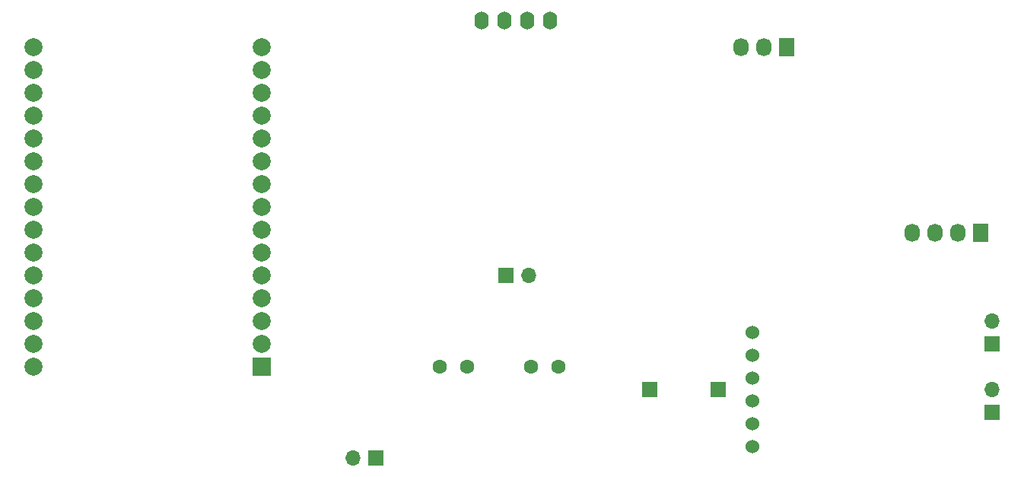
<source format=gbr>
%TF.GenerationSoftware,KiCad,Pcbnew,7.0.9*%
%TF.CreationDate,2023-11-28T16:56:20-05:00*%
%TF.ProjectId,PCB taller de electronica,50434220-7461-46c6-9c65-722064652065,rev?*%
%TF.SameCoordinates,Original*%
%TF.FileFunction,Copper,L1,Top*%
%TF.FilePolarity,Positive*%
%FSLAX46Y46*%
G04 Gerber Fmt 4.6, Leading zero omitted, Abs format (unit mm)*
G04 Created by KiCad (PCBNEW 7.0.9) date 2023-11-28 16:56:20*
%MOMM*%
%LPD*%
G01*
G04 APERTURE LIST*
%TA.AperFunction,ComponentPad*%
%ADD10R,1.700000X1.700000*%
%TD*%
%TA.AperFunction,ComponentPad*%
%ADD11C,1.524000*%
%TD*%
%TA.AperFunction,ComponentPad*%
%ADD12R,1.730000X2.030000*%
%TD*%
%TA.AperFunction,ComponentPad*%
%ADD13O,1.730000X2.030000*%
%TD*%
%TA.AperFunction,ComponentPad*%
%ADD14C,1.600000*%
%TD*%
%TA.AperFunction,ComponentPad*%
%ADD15O,1.700000X1.700000*%
%TD*%
%TA.AperFunction,ComponentPad*%
%ADD16O,1.600000X2.000000*%
%TD*%
%TA.AperFunction,ComponentPad*%
%ADD17R,2.000000X2.000000*%
%TD*%
%TA.AperFunction,ComponentPad*%
%ADD18C,2.000000*%
%TD*%
G04 APERTURE END LIST*
D10*
%TO.P,LDRPin1,1,Pin_1*%
%TO.N,Net-(LDRPin1-Pin_1)*%
X176360000Y-126060000D03*
%TD*%
D11*
%TO.P,U2,1,VIN*%
%TO.N,Net-(MicroUSB1-Pin_2)*%
X187790000Y-119710000D03*
%TO.P,U2,2,GND*%
%TO.N,Net-(MicroUSB1-Pin_1)*%
X187790000Y-122250000D03*
%TO.P,U2,3,GND*%
%TO.N,GND*%
X187790000Y-124790000D03*
%TO.P,U2,4,BAT*%
%TO.N,+BATT*%
X187790000Y-127330000D03*
%TO.P,U2,5,GND*%
%TO.N,GND*%
X187790000Y-129870000D03*
%TO.P,U2,6,OUT-5V*%
%TO.N,+5V*%
X187790000Y-132410000D03*
%TD*%
D12*
%TO.P,J2,1,Pin_1*%
%TO.N,GND*%
X191610000Y-87960000D03*
D13*
%TO.P,J2,2,Pin_2*%
%TO.N,/d4*%
X189070000Y-87960000D03*
%TO.P,J2,3,Pin_3*%
%TO.N,+3.3V*%
X186530000Y-87960000D03*
%TD*%
D12*
%TO.P,J1,1,Pin_1*%
%TO.N,+3.3V*%
X213180000Y-108580000D03*
D13*
%TO.P,J1,2,Pin_2*%
%TO.N,GND*%
X210640000Y-108580000D03*
%TO.P,J1,3,Pin_3*%
%TO.N,unconnected-(J1-Pin_3-Pad3)*%
X208100000Y-108580000D03*
%TO.P,J1,4,Pin_4*%
%TO.N,Net-(J1-Pin_4)*%
X205560000Y-108580000D03*
%TD*%
D10*
%TO.P,LDR+,1,Pin_1*%
%TO.N,+3.3V*%
X183980000Y-126060000D03*
%TD*%
D14*
%TO.P,R2,1*%
%TO.N,Net-(U1-D34)*%
X156040000Y-123520000D03*
%TO.P,R2,2*%
%TO.N,GND*%
X153040000Y-123520000D03*
%TD*%
%TO.P,R1,1*%
%TO.N,GND*%
X163200000Y-123520000D03*
%TO.P,R1,2*%
%TO.N,Net-(LDRPin1-Pin_1)*%
X166200000Y-123520000D03*
%TD*%
D10*
%TO.P,Batt1,1,Pin_1*%
%TO.N,+BATT*%
X214460000Y-128600000D03*
D15*
%TO.P,Batt1,2,Pin_2*%
%TO.N,GND*%
X214460000Y-126060000D03*
%TD*%
D10*
%TO.P,Switch,1,Pin_1*%
%TO.N,+5V*%
X145880000Y-133680000D03*
D15*
%TO.P,Switch,2,Pin_2*%
%TO.N,Net-(U1-VIN)*%
X143340000Y-133680000D03*
%TD*%
D10*
%TO.P,pushButton1,1,Pin_1*%
%TO.N,+3.3V*%
X160350000Y-113360000D03*
D15*
%TO.P,pushButton1,2,Pin_2*%
%TO.N,Net-(U1-D34)*%
X162890000Y-113360000D03*
%TD*%
D10*
%TO.P,MicroUSB1,1,Pin_1*%
%TO.N,Net-(MicroUSB1-Pin_1)*%
X214460000Y-120980000D03*
D15*
%TO.P,MicroUSB1,2,Pin_2*%
%TO.N,Net-(MicroUSB1-Pin_2)*%
X214460000Y-118440000D03*
%TD*%
D16*
%TO.P,Brd1,1,GND*%
%TO.N,GND*%
X157680000Y-84980000D03*
%TO.P,Brd1,2,VCC*%
%TO.N,+3.3V*%
X160220000Y-84980000D03*
%TO.P,Brd1,3,SCL*%
%TO.N,/scl*%
X162760000Y-84980000D03*
%TO.P,Brd1,4,SDA*%
%TO.N,/sda*%
X165300000Y-84980000D03*
%TD*%
D17*
%TO.P,U1,1,3V3*%
%TO.N,+3.3V*%
X133180000Y-123520000D03*
D18*
%TO.P,U1,2,GND*%
%TO.N,GND*%
X133180000Y-120980000D03*
%TO.P,U1,3,D15*%
%TO.N,unconnected-(U1-D15-Pad3)*%
X133180000Y-118440000D03*
%TO.P,U1,4,D2*%
%TO.N,unconnected-(U1-D2-Pad4)*%
X133180000Y-115900000D03*
%TO.P,U1,5,D4*%
%TO.N,/d4*%
X133180000Y-113360000D03*
%TO.P,U1,6,RX2*%
%TO.N,unconnected-(U1-RX2-Pad6)*%
X133180000Y-110820000D03*
%TO.P,U1,7,TX2*%
%TO.N,unconnected-(U1-TX2-Pad7)*%
X133180000Y-108280000D03*
%TO.P,U1,8,D5*%
%TO.N,unconnected-(U1-D5-Pad8)*%
X133180000Y-105740000D03*
%TO.P,U1,9,D18*%
%TO.N,unconnected-(U1-D18-Pad9)*%
X133180000Y-103200000D03*
%TO.P,U1,10,D19*%
%TO.N,unconnected-(U1-D19-Pad10)*%
X133180000Y-100660000D03*
%TO.P,U1,11,D21*%
%TO.N,/sda*%
X133180000Y-98120000D03*
%TO.P,U1,12,RX0*%
%TO.N,unconnected-(U1-RX0-Pad12)*%
X133180000Y-95580000D03*
%TO.P,U1,13,TX0*%
%TO.N,unconnected-(U1-TX0-Pad13)*%
X133180000Y-93040000D03*
%TO.P,U1,14,D22*%
%TO.N,/scl*%
X133180000Y-90500000D03*
%TO.P,U1,15,D23*%
%TO.N,unconnected-(U1-D23-Pad15)*%
X133180000Y-87960000D03*
%TO.P,U1,16,EN*%
%TO.N,unconnected-(U1-EN-Pad16)*%
X107780000Y-87960000D03*
%TO.P,U1,17,VP*%
%TO.N,unconnected-(U1-VP-Pad17)*%
X107780000Y-90500000D03*
%TO.P,U1,18,VN*%
%TO.N,unconnected-(U1-VN-Pad18)*%
X107780000Y-93040000D03*
%TO.P,U1,19,D34*%
%TO.N,Net-(U1-D34)*%
X107780000Y-95580000D03*
%TO.P,U1,20,D35*%
%TO.N,Net-(J1-Pin_4)*%
X107780000Y-98120000D03*
%TO.P,U1,21,D32*%
%TO.N,Net-(LDRPin1-Pin_1)*%
X107780000Y-100660000D03*
%TO.P,U1,22,D33*%
%TO.N,unconnected-(U1-D33-Pad22)*%
X107780000Y-103200000D03*
%TO.P,U1,23,D25*%
%TO.N,unconnected-(U1-D25-Pad23)*%
X107780000Y-105740000D03*
%TO.P,U1,24,D26*%
%TO.N,unconnected-(U1-D26-Pad24)*%
X107780000Y-108280000D03*
%TO.P,U1,25,D27*%
%TO.N,unconnected-(U1-D27-Pad25)*%
X107780000Y-110820000D03*
%TO.P,U1,26,D14*%
%TO.N,unconnected-(U1-D14-Pad26)*%
X107780000Y-113360000D03*
%TO.P,U1,27,D12*%
%TO.N,unconnected-(U1-D12-Pad27)*%
X107780000Y-115900000D03*
%TO.P,U1,28,D13*%
%TO.N,unconnected-(U1-D13-Pad28)*%
X107780000Y-118440000D03*
%TO.P,U1,29,GND*%
%TO.N,GND*%
X107780000Y-120980000D03*
%TO.P,U1,30,VIN*%
%TO.N,Net-(U1-VIN)*%
X107780000Y-123520000D03*
%TD*%
M02*

</source>
